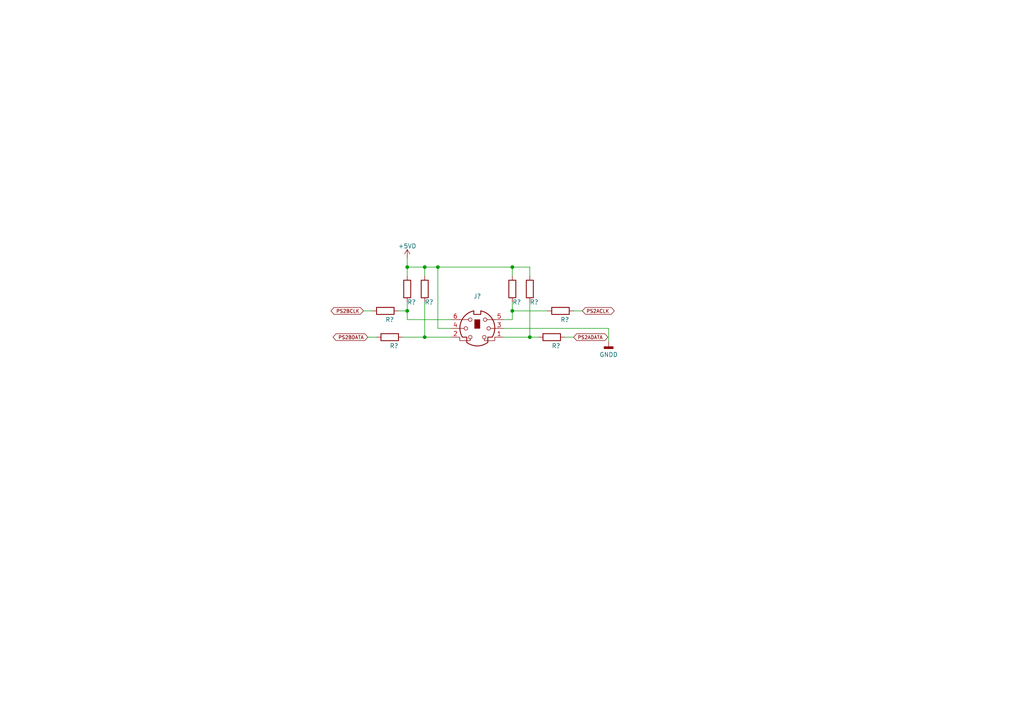
<source format=kicad_sch>
(kicad_sch (version 20211123) (generator eeschema)
  (paper "A4")
  (title_block (title "MAXI030 - 68030 based expandable computer") (date "2021-10-02") (comment 1 "Lawrence Manning"))
  (lib_symbols
    (symbol "Connector:Mini-DIN-6" (pin_names (offset 1.016))
      (property "Reference" "J" (at 0 6.35 0))
      (property "Value" "Mini-DIN-6" (at 0 -6.35 0))
      (symbol "Mini-DIN-6_0_1"
        (circle (center -3.302 0) (radius 0.508))
        (arc (start -3.048 -4.064) (mid 0 -5.08) (end 3.048 -4.064) (stroke (width 0.254)))
        (circle (center -2.032 -2.54) (radius 0.508))
        (circle (center -2.032 2.54) (radius 0.508))
        (arc (start -1.016 5.08) (mid -4.6228 2.1214) (end -4.318 -2.54) (stroke (width 0.254)))
        (rectangle (start -0.762 2.54) (end 0.762 0) (fill (type outline)))
        (polyline (pts (xy -3.81 0) (xy -5.08 0)))
        (polyline (pts (xy -2.54 2.54) (xy -5.08 2.54)))
        (polyline (pts (xy 2.794 2.54) (xy 5.08 2.54)))
        (polyline (pts (xy 5.08 0) (xy 3.81 0)))
        (polyline (pts (xy -4.318 -2.54) (xy -3.048 -2.54) (xy -3.048 -4.064)) (stroke (width 0.254)))
        (polyline (pts (xy 4.318 -2.54) (xy 3.048 -2.54) (xy 3.048 -4.064)) (stroke (width 0.254)))
        (polyline (pts (xy -2.032 -3.048) (xy -2.032 -3.556) (xy -5.08 -3.556) (xy -5.08 -2.54)))
        (polyline (pts (xy -1.016 5.08) (xy -1.016 4.064) (xy 1.016 4.064) (xy 1.016 5.08)) (stroke (width 0.254)))
        (polyline (pts (xy 2.032 -3.048) (xy 2.032 -3.556) (xy 5.08 -3.556) (xy 5.08 -2.54)))
        (circle (center 2.032 -2.54) (radius 0.508))
        (circle (center 2.286 2.54) (radius 0.508))
        (circle (center 3.302 0) (radius 0.508))
        (arc (start 4.318 -2.54) (mid 4.6661 2.1322) (end 1.016 5.08) (stroke (width 0.254)))
      )
      (symbol "Mini-DIN-6_1_1"
        (pin passive line (at 7.62 -2.54 180) (length 2.54) (name "~") (number "1"))
        (pin passive line (at -7.62 -2.54 0) (length 2.54) (name "~") (number "2"))
        (pin passive line (at 7.62 0 180) (length 2.54) (name "~") (number "3"))
        (pin passive line (at -7.62 0 0) (length 2.54) (name "~") (number "4"))
        (pin passive line (at 7.62 2.54 180) (length 2.54) (name "~") (number "5"))
        (pin passive line (at -7.62 2.54 0) (length 2.54) (name "~") (number "6"))
      )
    )
    (symbol "Device:R" (pin_numbers hide) (pin_names (offset 0))
      (property "Reference" "R" (at 2.032 0 90))
      (property "Value" "R" (at 0 0 90))
      (symbol "R_0_1"
        (rectangle (start -1.016 -2.54) (end 1.016 2.54) (stroke (width 0.254)))
      )
      (symbol "R_1_1"
        (pin passive line (at 0 3.81 270) (length 1.27) (name "~") (number "1"))
        (pin passive line (at 0 -3.81 90) (length 1.27) (name "~") (number "2"))
      )
    )
    (symbol "power:+5VD" (power) (pin_names (offset 0))
      (property "Value" "+5VD" (at 0 3.556 0))
      (symbol "+5VD_0_1"
        (polyline (pts (xy -0.762 1.27) (xy 0 2.54)))
        (polyline (pts (xy 0 0) (xy 0 2.54)))
        (polyline (pts (xy 0 2.54) (xy 0.762 1.27)))
      )
      (symbol "+5VD_1_1"
        (pin power_in line (at 0 0 90) (length 0) hide (name "+5VD") (number "1"))
      )
    )
    (symbol "power:GNDD" (power) (pin_names (offset 0))
      (property "Value" "GNDD" (at 0 -3.175 0))
      (symbol "GNDD_0_1"
        (rectangle (start -1.27 -1.524) (end 1.27 -2.032) (stroke (width 0.254)) (fill (type outline)))
        (polyline (pts (xy 0 0) (xy 0 -1.524)))
      )
      (symbol "GNDD_1_1"
        (pin power_in line (at 0 0 270) (length 0) hide (name "GNDD") (number "1"))
      )
    )
  )
  (junction (at 148.59 77.47))
  (junction (at 118.11 90.17))
  (junction (at 123.19 97.79))
  (junction (at 153.67 97.79))
  (junction (at 123.19 77.47))
  (junction (at 127 77.47))
  (junction (at 148.59 90.17))
  (junction (at 118.11 77.47))
  (wire (pts (xy 166.37 97.79) (xy 163.83 97.79)))
  (wire (pts (xy 127 77.47) (xy 148.59 77.47)))
  (wire (pts (xy 130.81 92.71) (xy 118.11 92.71)))
  (wire (pts (xy 176.53 95.25) (xy 176.53 99.06)))
  (wire (pts (xy 105.41 90.17) (xy 107.95 90.17)))
  (wire (pts (xy 118.11 87.63) (xy 118.11 90.17)))
  (wire (pts (xy 123.19 97.79) (xy 130.81 97.79)))
  (wire (pts (xy 146.05 95.25) (xy 176.53 95.25)))
  (wire (pts (xy 118.11 80.01) (xy 118.11 77.47)))
  (wire (pts (xy 148.59 90.17) (xy 148.59 92.71)))
  (wire (pts (xy 127 95.25) (xy 127 77.47)))
  (wire (pts (xy 106.68 97.79) (xy 109.22 97.79)))
  (wire (pts (xy 146.05 92.71) (xy 148.59 92.71)))
  (wire (pts (xy 123.19 87.63) (xy 123.19 97.79)))
  (wire (pts (xy 148.59 80.01) (xy 148.59 77.47)))
  (wire (pts (xy 118.11 74.93) (xy 118.11 77.47)))
  (wire (pts (xy 153.67 77.47) (xy 153.67 80.01)))
  (wire (pts (xy 123.19 77.47) (xy 127 77.47)))
  (wire (pts (xy 118.11 90.17) (xy 118.11 92.71)))
  (wire (pts (xy 123.19 97.79) (xy 116.84 97.79)))
  (wire (pts (xy 118.11 77.47) (xy 123.19 77.47)))
  (wire (pts (xy 127 95.25) (xy 130.81 95.25)))
  (wire (pts (xy 118.11 90.17) (xy 115.57 90.17)))
  (wire (pts (xy 158.75 90.17) (xy 148.59 90.17)))
  (wire (pts (xy 156.21 97.79) (xy 153.67 97.79)))
  (wire (pts (xy 148.59 77.47) (xy 153.67 77.47)))
  (wire (pts (xy 148.59 87.63) (xy 148.59 90.17)))
  (wire (pts (xy 146.05 97.79) (xy 153.67 97.79)))
  (wire (pts (xy 153.67 87.63) (xy 153.67 97.79)))
  (wire (pts (xy 123.19 80.01) (xy 123.19 77.47)))
  (wire (pts (xy 168.91 90.17) (xy 166.37 90.17)))
  (global_label "PS2ACLK" (shape bidirectional) (at 168.91 90.17 0) (effects (font (size 0.9906 0.9906))) (property "Intersheet References" "${INTERSHEET_REFS}" (effects hide)))
  (global_label "PS2BCLK" (shape bidirectional) (at 105.41 90.17 180) (effects (font (size 0.9906 0.9906))) (property "Intersheet References" "${INTERSHEET_REFS}" (effects hide)))
  (global_label "PS2BDATA" (shape bidirectional) (at 106.68 97.79 180) (effects (font (size 0.9906 0.9906))) (property "Intersheet References" "${INTERSHEET_REFS}" (effects hide)))
  (global_label "PS2ADATA" (shape bidirectional) (at 166.37 97.79 0) (effects (font (size 0.9906 0.9906))) (property "Intersheet References" "${INTERSHEET_REFS}" (effects hide)))
  (symbol (lib_id "Device:R") (at 118.11 83.82 180) (unit 1)
    (property "Reference" "R?" (at 119.38 87.63 0))
  )
  (symbol (lib_id "Device:R") (at 123.19 83.82 180) (unit 1)
    (property "Reference" "R?" (at 124.46 87.63 0))
  )
  (symbol (lib_id "Device:R") (at 148.59 83.82 180) (unit 1)
    (property "Reference" "R?" (at 149.86 87.63 0))
  )
  (symbol (lib_id "Device:R") (at 153.67 83.82 180) (unit 1)
    (property "Reference" "R?" (at 154.94 87.63 0))
  )
  (symbol (lib_id "Device:R") (at 111.76 90.17 90) (unit 1)
    (property "Reference" "R?" (at 113.03 92.71 90))
  )
  (symbol (lib_id "Device:R") (at 113.03 97.79 90) (unit 1)
    (property "Reference" "R?" (at 114.3 100.33 90))
  )
  (symbol (lib_id "Device:R") (at 160.02 97.79 90) (unit 1)
    (property "Reference" "R?" (at 161.29 100.33 90))
  )
  (symbol (lib_id "Device:R") (at 162.56 90.17 90) (unit 1)
    (property "Reference" "R?" (at 163.83 92.71 90))
  )
  (symbol (lib_id "power:GNDD") (at 176.53 99.06 0) (unit 1)
    (property "Reference" "#PWR?" (effects hide))
  )
  (symbol (lib_id "Connector:Mini-DIN-6") (at 138.43 95.25 0) (unit 1)
    (property "Reference" "J?" (at 138.43 85.9282 0))
    (property "Datasheet" "http://service.powerdynamics.com/ec/Catalog17/Section%2011.pdf" (effects hide))
  )
  (symbol (lib_id "power:+5VD") (at 118.11 74.93 0) (unit 1)
    (property "Reference" "#PWR?" (effects hide))
  )
)
</source>
